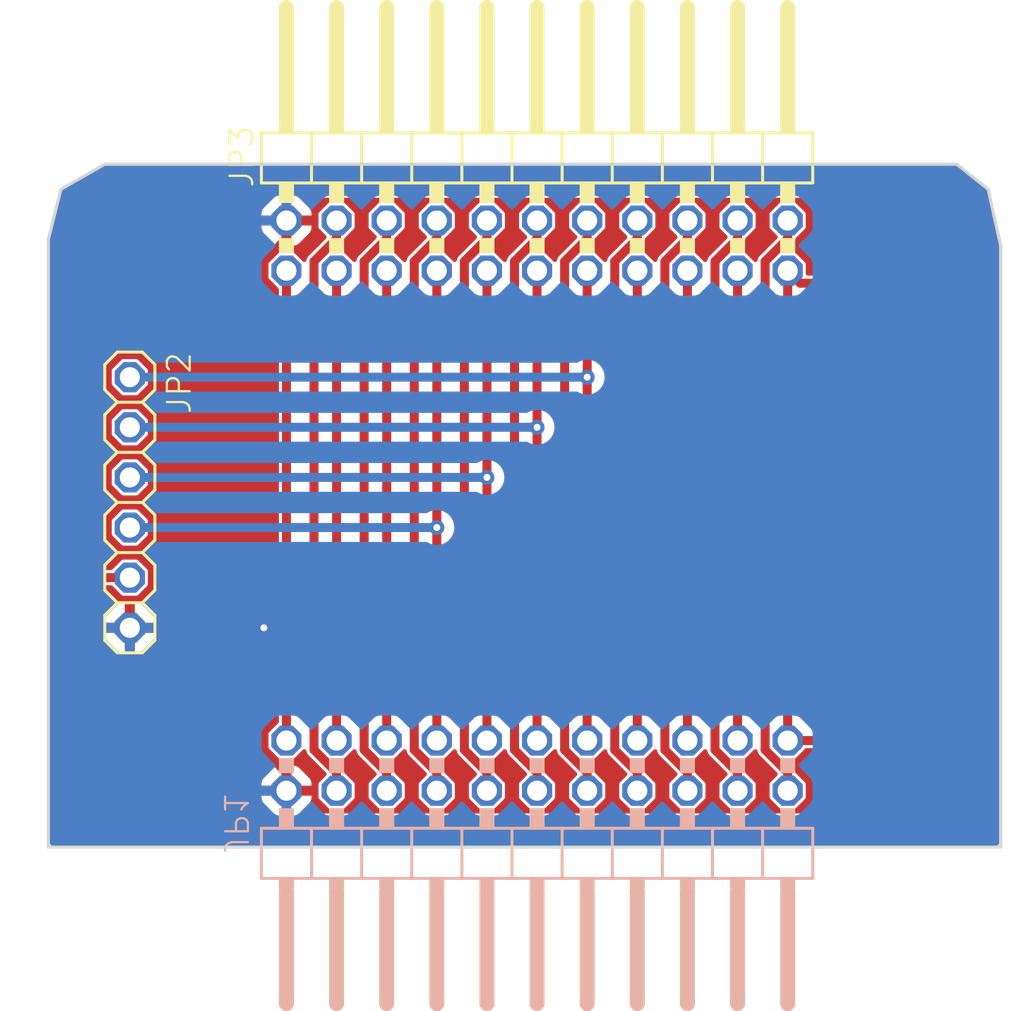
<source format=kicad_pcb>
(kicad_pcb (version 20240108) (generator "pcbnew") (generator_version "8.0")
  (layers (0 "F.Cu" signal) (31 "B.Cu" signal) (34 "B.Paste" user) (35 "F.Paste" user) (36 "B.SilkS" user "B.Silkscreen") (37 "F.SilkS" user "F.Silkscreen") (38 "B.Mask" user) (39 "F.Mask" user) (44 "Edge.Cuts" user))
  (net 0 "")
  (net 1 "VCC")
  (net 2 "GND")
  (net 3 "N$1")
  (net 4 "N$7")
  (net 5 "N$8")
  (net 6 "N$9")
  (net 7 "N$10")
  (net 8 "N$11")
  (net 9 "N$12")
  (net 10 "N$13")
  (net 11 "N$14")
  (net 12 "N$15")
  (net 13 "N$16")
  (net 14 "22")
  (net 15 "18")
  (net 16 "N$6")
  (net 17 "N$17")
  (net 18 "N$18")
  (net 19 "N$4")
  (net 20 "N$5")
  (net 21 "N$19")
  (net 22 "N$20")
  (footprint "memory card:2X11_90_325" (layer "F.Cu") (at 149.1361 86.74735)
    (property "Reference" "JP3" (at -14.2875 2.2225 90) (layer "F.SilkS") (effects (font (size 1.1557 1.1557) (thickness 0.1143)) (justify left bottom)))
    (property "Value" "")
    (fp_line (start -13.97 -0.635) (end -13.97 1.905) (stroke (width 0.1524)) (layer "F.SilkS"))
    (fp_line (start -13.97 1.905) (end -11.43 1.905) (stroke (width 0.1524)) (layer "F.SilkS"))
    (fp_line (start -12.7 -6.985) (end -12.7 -1.27) (stroke (width 0.762)) (layer "F.SilkS"))
    (fp_line (start -11.43 -0.635) (end -13.97 -0.635) (stroke (width 0.1524)) (layer "F.SilkS"))
    (fp_line (start -11.43 1.905) (end -11.43 -0.635) (stroke (width 0.1524)) (layer "F.SilkS"))
    (fp_line (start -11.43 1.905) (end -8.89 1.905) (stroke (width 0.1524)) (layer "F.SilkS"))
    (fp_line (start -10.16 -6.985) (end -10.16 -1.27) (stroke (width 0.762)) (layer "F.SilkS"))
    (fp_line (start -8.89 -0.635) (end -11.43 -0.635) (stroke (width 0.1524)) (layer "F.SilkS"))
    (fp_line (start -8.89 1.905) (end -8.89 -0.635) (stroke (width 0.1524)) (layer "F.SilkS"))
    (fp_line (start -8.89 1.905) (end -6.35 1.905) (stroke (width 0.1524)) (layer "F.SilkS"))
    (fp_line (start -7.62 -6.985) (end -7.62 -1.27) (stroke (width 0.762)) (layer "F.SilkS"))
    (fp_line (start -6.35 -0.635) (end -8.89 -0.635) (stroke (width 0.1524)) (layer "F.SilkS"))
    (fp_line (start -6.35 1.905) (end -6.35 -0.635) (stroke (width 0.1524)) (layer "F.SilkS"))
    (fp_line (start -6.35 1.905) (end -3.81 1.905) (stroke (width 0.1524)) (layer "F.SilkS"))
    (fp_line (start -5.08 -6.985) (end -5.08 -1.27) (stroke (width 0.762)) (layer "F.SilkS"))
    (fp_line (start -3.81 -0.635) (end -6.35 -0.635) (stroke (width 0.1524)) (layer "F.SilkS"))
    (fp_line (start -3.81 1.905) (end -3.81 -0.635) (stroke (width 0.1524)) (layer "F.SilkS"))
    (fp_line (start -3.81 1.905) (end -1.27 1.905) (stroke (width 0.1524)) (layer "F.SilkS"))
    (fp_line (start -2.54 -6.985) (end -2.54 -1.27) (stroke (width 0.762)) (layer "F.SilkS"))
    (fp_line (start -1.27 -0.635) (end -3.81 -0.635) (stroke (width 0.1524)) (layer "F.SilkS"))
    (fp_line (start -1.27 1.905) (end -1.27 -0.635) (stroke (width 0.1524)) (layer "F.SilkS"))
    (fp_line (start -1.27 1.905) (end 1.27 1.905) (stroke (width 0.1524)) (layer "F.SilkS"))
    (fp_line (start 0 -6.985) (end 0 -1.27) (stroke (width 0.762)) (layer "F.SilkS"))
    (fp_line (start 1.27 -0.635) (end -1.27 -0.635) (stroke (width 0.1524)) (layer "F.SilkS"))
    (fp_line (start 1.27 1.905) (end 1.27 -0.635) (stroke (width 0.1524)) (layer "F.SilkS"))
    (fp_line (start 1.27 1.905) (end 3.81 1.905) (stroke (width 0.1524)) (layer "F.SilkS"))
    (fp_line (start 2.54 -6.985) (end 2.54 -1.27) (stroke (width 0.762)) (layer "F.SilkS"))
    (fp_line (start 3.81 -0.635) (end 1.27 -0.635) (stroke (width 0.1524)) (layer "F.SilkS"))
    (fp_line (start 3.81 1.905) (end 3.81 -0.635) (stroke (width 0.1524)) (layer "F.SilkS"))
    (fp_line (start 3.81 1.905) (end 6.35 1.905) (stroke (width 0.1524)) (layer "F.SilkS"))
    (fp_line (start 5.08 -6.985) (end 5.08 -1.27) (stroke (width 0.762)) (layer "F.SilkS"))
    (fp_line (start 6.35 -0.635) (end 3.81 -0.635) (stroke (width 0.1524)) (layer "F.SilkS"))
    (fp_line (start 6.35 1.905) (end 6.35 -0.635) (stroke (width 0.1524)) (layer "F.SilkS"))
    (fp_line (start 6.35 1.905) (end 8.89 1.905) (stroke (width 0.1524)) (layer "F.SilkS"))
    (fp_line (start 7.62 -6.985) (end 7.62 -1.27) (stroke (width 0.762)) (layer "F.SilkS"))
    (fp_line (start 8.89 -0.635) (end 6.35 -0.635) (stroke (width 0.1524)) (layer "F.SilkS"))
    (fp_line (start 8.89 1.905) (end 8.89 -0.635) (stroke (width 0.1524)) (layer "F.SilkS"))
    (fp_line (start 8.89 1.905) (end 11.43 1.905) (stroke (width 0.1524)) (layer "F.SilkS"))
    (fp_line (start 10.16 -6.985) (end 10.16 -1.27) (stroke (width 0.762)) (layer "F.SilkS"))
    (fp_line (start 11.43 -0.635) (end 8.89 -0.635) (stroke (width 0.1524)) (layer "F.SilkS"))
    (fp_line (start 11.43 1.905) (end 11.43 -0.635) (stroke (width 0.1524)) (layer "F.SilkS"))
    (fp_line (start 11.43 1.905) (end 13.97 1.905) (stroke (width 0.1524)) (layer "F.SilkS"))
    (fp_line (start 12.7 -6.985) (end 12.7 -1.27) (stroke (width 0.762)) (layer "F.SilkS"))
    (fp_line (start 13.97 -0.635) (end 11.43 -0.635) (stroke (width 0.1524)) (layer "F.SilkS"))
    (fp_line (start 13.97 1.905) (end 13.97 -0.635) (stroke (width 0.1524)) (layer "F.SilkS"))
    (fp_poly (pts (xy -13.081 -0.635) (xy -12.319 -0.635) (xy -12.319 -1.143) (xy -13.081 -1.143)) (fill solid) (layer "F.SilkS"))
    (fp_poly (pts (xy -13.081 2.921) (xy -12.319 2.921) (xy -12.319 1.905) (xy -13.081 1.905)) (fill solid) (layer "F.SilkS"))
    (fp_poly (pts (xy -13.081 5.461) (xy -12.319 5.461) (xy -12.319 4.699) (xy -13.081 4.699)) (fill solid) (layer "F.SilkS"))
    (fp_poly (pts (xy -10.541 -0.635) (xy -9.779 -0.635) (xy -9.779 -1.143) (xy -10.541 -1.143)) (fill solid) (layer "F.SilkS"))
    (fp_poly (pts (xy -10.541 2.921) (xy -9.779 2.921) (xy -9.779 1.905) (xy -10.541 1.905)) (fill solid) (layer "F.SilkS"))
    (fp_poly (pts (xy -10.541 5.461) (xy -9.779 5.461) (xy -9.779 4.699) (xy -10.541 4.699)) (fill solid) (layer "F.SilkS"))
    (fp_poly (pts (xy -8.001 -0.635) (xy -7.239 -0.635) (xy -7.239 -1.143) (xy -8.001 -1.143)) (fill solid) (layer "F.SilkS"))
    (fp_poly (pts (xy -8.001 2.921) (xy -7.239 2.921) (xy -7.239 1.905) (xy -8.001 1.905)) (fill solid) (layer "F.SilkS"))
    (fp_poly (pts (xy -8.001 5.461) (xy -7.239 5.461) (xy -7.239 4.699) (xy -8.001 4.699)) (fill solid) (layer "F.SilkS"))
    (fp_poly (pts (xy -5.461 -0.635) (xy -4.699 -0.635) (xy -4.699 -1.143) (xy -5.461 -1.143)) (fill solid) (layer "F.SilkS"))
    (fp_poly (pts (xy -5.461 2.921) (xy -4.699 2.921) (xy -4.699 1.905) (xy -5.461 1.905)) (fill solid) (layer "F.SilkS"))
    (fp_poly (pts (xy -5.461 5.461) (xy -4.699 5.461) (xy -4.699 4.699) (xy -5.461 4.699)) (fill solid) (layer "F.SilkS"))
    (fp_poly (pts (xy -2.921 -0.635) (xy -2.159 -0.635) (xy -2.159 -1.143) (xy -2.921 -1.143)) (fill solid) (layer "F.SilkS"))
    (fp_poly (pts (xy -2.921 2.921) (xy -2.159 2.921) (xy -2.159 1.905) (xy -2.921 1.905)) (fill solid) (layer "F.SilkS"))
    (fp_poly (pts (xy -2.921 5.461) (xy -2.159 5.461) (xy -2.159 4.699) (xy -2.921 4.699)) (fill solid) (layer "F.SilkS"))
    (fp_poly (pts (xy -0.381 -0.635) (xy 0.381 -0.635) (xy 0.381 -1.143) (xy -0.381 -1.143)) (fill solid) (layer "F.SilkS"))
    (fp_poly (pts (xy -0.381 2.921) (xy 0.381 2.921) (xy 0.381 1.905) (xy -0.381 1.905)) (fill solid) (layer "F.SilkS"))
    (fp_poly (pts (xy -0.381 5.461) (xy 0.381 5.461) (xy 0.381 4.699) (xy -0.381 4.699)) (fill solid) (layer "F.SilkS"))
    (fp_poly (pts (xy 2.159 -0.635) (xy 2.921 -0.635) (xy 2.921 -1.143) (xy 2.159 -1.143)) (fill solid) (layer "F.SilkS"))
    (fp_poly (pts (xy 2.159 2.921) (xy 2.921 2.921) (xy 2.921 1.905) (xy 2.159 1.905)) (fill solid) (layer "F.SilkS"))
    (fp_poly (pts (xy 2.159 5.461) (xy 2.921 5.461) (xy 2.921 4.699) (xy 2.159 4.699)) (fill solid) (layer "F.SilkS"))
    (fp_poly (pts (xy 4.699 -0.635) (xy 5.461 -0.635) (xy 5.461 -1.143) (xy 4.699 -1.143)) (fill solid) (layer "F.SilkS"))
    (fp_poly (pts (xy 4.699 2.921) (xy 5.461 2.921) (xy 5.461 1.905) (xy 4.699 1.905)) (fill solid) (layer "F.SilkS"))
    (fp_poly (pts (xy 4.699 5.461) (xy 5.461 5.461) (xy 5.461 4.699) (xy 4.699 4.699)) (fill solid) (layer "F.SilkS"))
    (fp_poly (pts (xy 7.239 -0.635) (xy 8.001 -0.635) (xy 8.001 -1.143) (xy 7.239 -1.143)) (fill solid) (layer "F.SilkS"))
    (fp_poly (pts (xy 7.239 2.921) (xy 8.001 2.921) (xy 8.001 1.905) (xy 7.239 1.905)) (fill solid) (layer "F.SilkS"))
    (fp_poly (pts (xy 7.239 5.461) (xy 8.001 5.461) (xy 8.001 4.699) (xy 7.239 4.699)) (fill solid) (layer "F.SilkS"))
    (fp_poly (pts (xy 9.779 -0.635) (xy 10.541 -0.635) (xy 10.541 -1.143) (xy 9.779 -1.143)) (fill solid) (layer "F.SilkS"))
    (fp_poly (pts (xy 9.779 2.921) (xy 10.541 2.921) (xy 10.541 1.905) (xy 9.779 1.905)) (fill solid) (layer "F.SilkS"))
    (fp_poly (pts (xy 9.779 5.461) (xy 10.541 5.461) (xy 10.541 4.699) (xy 9.779 4.699)) (fill solid) (layer "F.SilkS"))
    (fp_poly (pts (xy 12.319 -0.635) (xy 13.081 -0.635) (xy 13.081 -1.143) (xy 12.319 -1.143)) (fill solid) (layer "F.SilkS"))
    (fp_poly (pts (xy 12.319 2.921) (xy 13.081 2.921) (xy 13.081 1.905) (xy 12.319 1.905)) (fill solid) (layer "F.SilkS"))
    (fp_poly (pts (xy 12.319 5.461) (xy 13.081 5.461) (xy 13.081 4.699) (xy 12.319 4.699)) (fill solid) (layer "F.SilkS"))
    (pad "1" thru_hole roundrect (at -12.7 6.35) (size 1.524 1.524) (drill 1.016) (layers "*.Cu" "*.Mask") (chamfer_ratio 0.2928932188) (chamfer top_left top_right bottom_left bottom_right) (net 13 "N$16"))
    (pad "2" thru_hole roundrect (at -12.7 3.81) (size 1.524 1.524) (drill 1.016) (layers "*.Cu" "*.Mask") (chamfer_ratio 0.2928932188) (chamfer top_left top_right bottom_left bottom_right) (net 2 "GND"))
    (pad "3" thru_hole roundrect (at -10.16 6.35) (size 1.524 1.524) (drill 1.016) (layers "*.Cu" "*.Mask") (chamfer_ratio 0.2928932188) (chamfer top_left top_right bottom_left bottom_right) (net 12 "N$15"))
    (pad "4" thru_hole roundrect (at -10.16 3.81) (size 1.524 1.524) (drill 1.016) (layers "*.Cu" "*.Mask") (chamfer_ratio 0.2928932188) (chamfer top_left top_right bottom_left bottom_right) (net 18 "N$18"))
    (pad "5" thru_hole roundrect (at -7.62 6.35) (size 1.524 1.524) (drill 1.016) (layers "*.Cu" "*.Mask") (chamfer_ratio 0.2928932188) (chamfer top_left top_right bottom_left bottom_right) (net 11 "N$14"))
    (pad "6" thru_hole roundrect (at -7.62 3.81) (size 1.524 1.524) (drill 1.016) (layers "*.Cu" "*.Mask") (chamfer_ratio 0.2928932188) (chamfer top_left top_right bottom_left bottom_right) (net 17 "N$17"))
    (pad "7" thru_hole roundrect (at -5.08 6.35) (size 1.524 1.524) (drill 1.016) (layers "*.Cu" "*.Mask") (chamfer_ratio 0.2928932188) (chamfer top_left top_right bottom_left bottom_right) (net 10 "N$13"))
    (pad "8" thru_hole roundrect (at -5.08 3.81) (size 1.524 1.524) (drill 1.016) (layers "*.Cu" "*.Mask") (chamfer_ratio 0.2928932188) (chamfer top_left top_right bottom_left bottom_right) (net 16 "N$6"))
    (pad "9" thru_hole roundrect (at -2.54 6.35) (size 1.524 1.524) (drill 1.016) (layers "*.Cu" "*.Mask") (chamfer_ratio 0.2928932188) (chamfer top_left top_right bottom_left bottom_right) (net 9 "N$12"))
    (pad "10" thru_hole roundrect (at -2.54 3.81) (size 1.524 1.524) (drill 1.016) (layers "*.Cu" "*.Mask") (chamfer_ratio 0.2928932188) (chamfer top_left top_right bottom_left bottom_right) (net 22 "N$20"))
    (pad "11" thru_hole roundrect (at 0 6.35) (size 1.524 1.524) (drill 1.016) (layers "*.Cu" "*.Mask") (chamfer_ratio 0.2928932188) (chamfer top_left top_right bottom_left bottom_right) (net 8 "N$11"))
    (pad "12" thru_hole roundrect (at 0 3.81) (size 1.524 1.524) (drill 1.016) (layers "*.Cu" "*.Mask") (chamfer_ratio 0.2928932188) (chamfer top_left top_right bottom_left bottom_right) (net 21 "N$19"))
    (pad "13" thru_hole roundrect (at 2.54 6.35) (size 1.524 1.524) (drill 1.016) (layers "*.Cu" "*.Mask") (chamfer_ratio 0.2928932188) (chamfer top_left top_right bottom_left bottom_right) (net 7 "N$10"))
    (pad "14" thru_hole roundrect (at 2.54 3.81) (size 1.524 1.524) (drill 1.016) (layers "*.Cu" "*.Mask") (chamfer_ratio 0.2928932188) (chamfer top_left top_right bottom_left bottom_right) (net 20 "N$5"))
    (pad "15" thru_hole roundrect (at 5.08 6.35) (size 1.524 1.524) (drill 1.016) (layers "*.Cu" "*.Mask") (chamfer_ratio 0.2928932188) (chamfer top_left top_right bottom_left bottom_right) (net 6 "N$9"))
    (pad "16" thru_hole roundrect (at 5.08 3.81) (size 1.524 1.524) (drill 1.016) (layers "*.Cu" "*.Mask") (chamfer_ratio 0.2928932188) (chamfer top_left top_right bottom_left bottom_right) (net 19 "N$4"))
    (pad "17" thru_hole roundrect (at 7.62 6.35) (size 1.524 1.524) (drill 1.016) (layers "*.Cu" "*.Mask") (chamfer_ratio 0.2928932188) (chamfer top_left top_right bottom_left bottom_right) (net 5 "N$8"))
    (pad "18" thru_hole roundrect (at 7.62 3.81) (size 1.524 1.524) (drill 1.016) (layers "*.Cu" "*.Mask") (chamfer_ratio 0.2928932188) (chamfer top_left top_right bottom_left bottom_right) (net 15 "18"))
    (pad "19" thru_hole roundrect (at 10.16 6.35) (size 1.524 1.524) (drill 1.016) (layers "*.Cu" "*.Mask") (chamfer_ratio 0.2928932188) (chamfer top_left top_right bottom_left bottom_right) (net 4 "N$7"))
    (pad "20" thru_hole roundrect (at 10.16 3.81) (size 1.524 1.524) (drill 1.016) (layers "*.Cu" "*.Mask") (chamfer_ratio 0.2928932188) (chamfer top_left top_right bottom_left bottom_right) (net 3 "N$1"))
    (pad "21" thru_hole roundrect (at 12.7 6.35) (size 1.524 1.524) (drill 1.016) (layers "*.Cu" "*.Mask") (chamfer_ratio 0.2928932188) (chamfer top_left top_right bottom_left bottom_right) (net 1 "VCC"))
    (pad "22" thru_hole roundrect (at 12.7 3.81) (size 1.524 1.524) (drill 1.016) (layers "*.Cu" "*.Mask") (chamfer_ratio 0.2928932188) (chamfer top_left top_right bottom_left bottom_right) (net 14 "22"))
  )
  (footprint "memory card:1X06_420" (layer "F.Cu") (at 128.4986 104.84485 -90)
    (property "Reference" "JP2" (at -7.6962 -1.8288 90) (layer "F.SilkS") (effects (font (size 1.1557 1.1557) (thickness 0.1143)) (justify right top)))
    (property "Value" "")
    (fp_line (start -5.715 1.27) (end -6.985 1.27) (stroke (width 0.1524)) (layer "F.SilkS"))
    (fp_line (start -4.445 1.27) (end -5.08 0.635) (stroke (width 0.1524)) (layer "F.SilkS"))
    (fp_line (start -3.175 1.27) (end -4.445 1.27) (stroke (width 0.1524)) (layer "F.SilkS"))
    (fp_line (start -1.905 1.27) (end -2.54 0.635) (stroke (width 0.1524)) (layer "F.SilkS"))
    (fp_line (start -0.635 1.27) (end -1.905 1.27) (stroke (width 0.1524)) (layer "F.SilkS"))
    (fp_line (start 1.905 1.27) (end 0.635 1.27) (stroke (width 0.1524)) (layer "F.SilkS"))
    (fp_line (start 3.175 1.27) (end 2.54 0.635) (stroke (width 0.1524)) (layer "F.SilkS"))
    (fp_line (start 4.445 1.27) (end 3.175 1.27) (stroke (width 0.1524)) (layer "F.SilkS"))
    (fp_line (start 6.985 1.27) (end 5.715 1.27) (stroke (width 0.1524)) (layer "F.SilkS"))
    (fp_line (start -7.62 0.635) (end -6.985 1.27) (stroke (width 0.1524)) (layer "F.SilkS"))
    (fp_line (start -5.08 0.635) (end -5.715 1.27) (stroke (width 0.1524)) (layer "F.SilkS"))
    (fp_line (start -2.54 0.635) (end -3.175 1.27) (stroke (width 0.1524)) (layer "F.SilkS"))
    (fp_line (start 0 0.635) (end -0.635 1.27) (stroke (width 0.1524)) (layer "F.SilkS"))
    (fp_line (start 0 0.635) (end 0.635 1.27) (stroke (width 0.1524)) (layer "F.SilkS"))
    (fp_line (start 2.54 0.635) (end 1.905 1.27) (stroke (width 0.1524)) (layer "F.SilkS"))
    (fp_line (start 5.08 0.635) (end 4.445 1.27) (stroke (width 0.1524)) (layer "F.SilkS"))
    (fp_line (start 5.08 0.635) (end 5.715 1.27) (stroke (width 0.1524)) (layer "F.SilkS"))
    (fp_line (start 7.62 0.635) (end 6.985 1.27) (stroke (width 0.1524)) (layer "F.SilkS"))
    (fp_line (start -7.62 -0.635) (end -7.62 0.635) (stroke (width 0.1524)) (layer "F.SilkS"))
    (fp_line (start -5.08 -0.635) (end -5.08 0.635) (stroke (width 0.1524)) (layer "F.SilkS"))
    (fp_line (start -5.08 -0.635) (end -4.445 -1.27) (stroke (width 0.1524)) (layer "F.SilkS"))
    (fp_line (start -2.54 -0.635) (end -2.54 0.635) (stroke (width 0.1524)) (layer "F.SilkS"))
    (fp_line (start -2.54 -0.635) (end -1.905 -1.27) (stroke (width 0.1524)) (layer "F.SilkS"))
    (fp_line (start 0 -0.635) (end 0 0.635) (stroke (width 0.1524)) (layer "F.SilkS"))
    (fp_line (start 2.54 -0.635) (end 2.54 0.635) (stroke (width 0.1524)) (layer "F.SilkS"))
    (fp_line (start 2.54 -0.635) (end 3.175 -1.27) (stroke (width 0.1524)) (layer "F.SilkS"))
    (fp_line (start 5.08 -0.635) (end 5.08 0.635) (stroke (width 0.1524)) (layer "F.SilkS"))
    (fp_line (start 7.62 -0.635) (end 7.62 0.635) (stroke (width 0.1524)) (layer "F.SilkS"))
    (fp_line (start -6.985 -1.27) (end -7.62 -0.635) (stroke (width 0.1524)) (layer "F.SilkS"))
    (fp_line (start -6.985 -1.27) (end -5.715 -1.27) (stroke (width 0.1524)) (layer "F.SilkS"))
    (fp_line (start -5.715 -1.27) (end -5.08 -0.635) (stroke (width 0.1524)) (layer "F.SilkS"))
    (fp_line (start -4.445 -1.27) (end -3.175 -1.27) (stroke (width 0.1524)) (layer "F.SilkS"))
    (fp_line (start -3.175 -1.27) (end -2.54 -0.635) (stroke (width 0.1524)) (layer "F.SilkS"))
    (fp_line (start -1.905 -1.27) (end -0.635 -1.27) (stroke (width 0.1524)) (layer "F.SilkS"))
    (fp_line (start -0.635 -1.27) (end 0 -0.635) (stroke (width 0.1524)) (layer "F.SilkS"))
    (fp_line (start 0.635 -1.27) (end 0 -0.635) (stroke (width 0.1524)) (layer "F.SilkS"))
    (fp_line (start 0.635 -1.27) (end 1.905 -1.27) (stroke (width 0.1524)) (layer "F.SilkS"))
    (fp_line (start 1.905 -1.27) (end 2.54 -0.635) (stroke (width 0.1524)) (layer "F.SilkS"))
    (fp_line (start 3.175 -1.27) (end 4.445 -1.27) (stroke (width 0.1524)) (layer "F.SilkS"))
    (fp_line (start 4.445 -1.27) (end 5.08 -0.635) (stroke (width 0.1524)) (layer "F.SilkS"))
    (fp_line (start 5.715 -1.27) (end 5.08 -0.635) (stroke (width 0.1524)) (layer "F.SilkS"))
    (fp_line (start 5.715 -1.27) (end 6.985 -1.27) (stroke (width 0.1524)) (layer "F.SilkS"))
    (fp_line (start 6.985 -1.27) (end 7.62 -0.635) (stroke (width 0.1524)) (layer "F.SilkS"))
    (pad "1" thru_hole roundrect (at -6.35 0) (size 1.524 1.524) (drill 1.016) (layers "*.Cu" "*.Mask") (chamfer_ratio 0.2928932188) (chamfer top_left top_right bottom_left bottom_right) (net 7 "N$10"))
    (pad "2" thru_hole roundrect (at -3.81 0) (size 1.524 1.524) (drill 1.016) (layers "*.Cu" "*.Mask") (chamfer_ratio 0.2928932188) (chamfer top_left top_right bottom_left bottom_right) (net 8 "N$11"))
    (pad "3" thru_hole roundrect (at -1.27 0) (size 1.524 1.524) (drill 1.016) (layers "*.Cu" "*.Mask") (chamfer_ratio 0.2928932188) (chamfer top_left top_right bottom_left bottom_right) (net 9 "N$12"))
    (pad "4" thru_hole roundrect (at 1.27 0) (size 1.524 1.524) (drill 1.016) (layers "*.Cu" "*.Mask") (chamfer_ratio 0.2928932188) (chamfer top_left top_right bottom_left bottom_right) (net 10 "N$13"))
    (pad "5" thru_hole roundrect (at 3.81 0) (size 1.524 1.524) (drill 1.016) (layers "*.Cu" "*.Mask") (chamfer_ratio 0.2928932188) (chamfer top_left top_right bottom_left bottom_right) (net 1 "VCC"))
    (pad "6" thru_hole roundrect (at 6.35 0) (size 1.524 1.524) (drill 1.016) (layers "*.Cu" "*.Mask") (chamfer_ratio 0.2928932188) (chamfer top_left top_right bottom_left bottom_right) (net 2 "GND"))
  )
  (footprint "memory card:2X11_90_325" (layer "B.Cu") (at 149.1361 123.25985)
    (property "Reference" "JP1" (at -14.605 -3.81 -90) (layer "B.SilkS") (effects (font (size 1.1557 1.1557) (thickness 0.1143)) (justify right top mirror)))
    (property "Value" "")
    (fp_line (start -13.97 -1.905) (end -13.97 0.635) (stroke (width 0.1524)) (layer "B.SilkS"))
    (fp_line (start -13.97 0.635) (end -11.43 0.635) (stroke (width 0.1524)) (layer "B.SilkS"))
    (fp_line (start -12.7 1.27) (end -12.7 6.985) (stroke (width 0.762)) (layer "B.SilkS"))
    (fp_line (start -11.43 -1.905) (end -13.97 -1.905) (stroke (width 0.1524)) (layer "B.SilkS"))
    (fp_line (start -11.43 0.635) (end -11.43 -1.905) (stroke (width 0.1524)) (layer "B.SilkS"))
    (fp_line (start -11.43 0.635) (end -8.89 0.635) (stroke (width 0.1524)) (layer "B.SilkS"))
    (fp_line (start -10.16 1.27) (end -10.16 6.985) (stroke (width 0.762)) (layer "B.SilkS"))
    (fp_line (start -8.89 -1.905) (end -11.43 -1.905) (stroke (width 0.1524)) (layer "B.SilkS"))
    (fp_line (start -8.89 0.635) (end -8.89 -1.905) (stroke (width 0.1524)) (layer "B.SilkS"))
    (fp_line (start -8.89 0.635) (end -6.35 0.635) (stroke (width 0.1524)) (layer "B.SilkS"))
    (fp_line (start -7.62 1.27) (end -7.62 6.985) (stroke (width 0.762)) (layer "B.SilkS"))
    (fp_line (start -6.35 -1.905) (end -8.89 -1.905) (stroke (width 0.1524)) (layer "B.SilkS"))
    (fp_line (start -6.35 0.635) (end -6.35 -1.905) (stroke (width 0.1524)) (layer "B.SilkS"))
    (fp_line (start -6.35 0.635) (end -3.81 0.635) (stroke (width 0.1524)) (layer "B.SilkS"))
    (fp_line (start -5.08 1.27) (end -5.08 6.985) (stroke (width 0.762)) (layer "B.SilkS"))
    (fp_line (start -3.81 -1.905) (end -6.35 -1.905) (stroke (width 0.1524)) (layer "B.SilkS"))
    (fp_line (start -3.81 0.635) (end -3.81 -1.905) (stroke (width 0.1524)) (layer "B.SilkS"))
    (fp_line (start -3.81 0.635) (end -1.27 0.635) (stroke (width 0.1524)) (layer "B.SilkS"))
    (fp_line (start -2.54 1.27) (end -2.54 6.985) (stroke (width 0.762)) (layer "B.SilkS"))
    (fp_line (start -1.27 -1.905) (end -3.81 -1.905) (stroke (width 0.1524)) (layer "B.SilkS"))
    (fp_line (start -1.27 0.635) (end -1.27 -1.905) (stroke (width 0.1524)) (layer "B.SilkS"))
    (fp_line (start -1.27 0.635) (end 1.27 0.635) (stroke (width 0.1524)) (layer "B.SilkS"))
    (fp_line (start 0 1.27) (end 0 6.985) (stroke (width 0.762)) (layer "B.SilkS"))
    (fp_line (start 1.27 -1.905) (end -1.27 -1.905) (stroke (width 0.1524)) (layer "B.SilkS"))
    (fp_line (start 1.27 0.635) (end 1.27 -1.905) (stroke (width 0.1524)) (layer "B.SilkS"))
    (fp_line (start 1.27 0.635) (end 3.81 0.635) (stroke (width 0.1524)) (layer "B.SilkS"))
    (fp_line (start 2.54 1.27) (end 2.54 6.985) (stroke (width 0.762)) (layer "B.SilkS"))
    (fp_line (start 3.81 -1.905) (end 1.27 -1.905) (stroke (width 0.1524)) (layer "B.SilkS"))
    (fp_line (start 3.81 0.635) (end 3.81 -1.905) (stroke (width 0.1524)) (layer "B.SilkS"))
    (fp_line (start 3.81 0.635) (end 6.35 0.635) (stroke (width 0.1524)) (layer "B.SilkS"))
    (fp_line (start 5.08 1.27) (end 5.08 6.985) (stroke (width 0.762)) (layer "B.SilkS"))
    (fp_line (start 6.35 -1.905) (end 3.81 -1.905) (stroke (width 0.1524)) (layer "B.SilkS"))
    (fp_line (start 6.35 0.635) (end 6.35 -1.905) (stroke (width 0.1524)) (layer "B.SilkS"))
    (fp_line (start 6.35 0.635) (end 8.89 0.635) (stroke (width 0.1524)) (layer "B.SilkS"))
    (fp_line (start 7.62 1.27) (end 7.62 6.985) (stroke (width 0.762)) (layer "B.SilkS"))
    (fp_line (start 8.89 -1.905) (end 6.35 -1.905) (stroke (width 0.1524)) (layer "B.SilkS"))
    (fp_line (start 8.89 0.635) (end 8.89 -1.905) (stroke (width 0.1524)) (layer "B.SilkS"))
    (fp_line (start 8.89 0.635) (end 11.43 0.635) (stroke (width 0.1524)) (layer "B.SilkS"))
    (fp_line (start 10.16 1.27) (end 10.16 6.985) (stroke (width 0.762)) (layer "B.SilkS"))
    (fp_line (start 11.43 -1.905) (end 8.89 -1.905) (stroke (width 0.1524)) (layer "B.SilkS"))
    (fp_line (start 11.43 0.635) (end 11.43 -1.905) (stroke (width 0.1524)) (layer "B.SilkS"))
    (fp_line (start 11.43 0.635) (end 13.97 0.635) (stroke (width 0.1524)) (layer "B.SilkS"))
    (fp_line (start 12.7 1.27) (end 12.7 6.985) (stroke (width 0.762)) (layer "B.SilkS"))
    (fp_line (start 13.97 -1.905) (end 11.43 -1.905) (stroke (width 0.1524)) (layer "B.SilkS"))
    (fp_line (start 13.97 0.635) (end 13.97 -1.905) (stroke (width 0.1524)) (layer "B.SilkS"))
    (fp_poly (pts (xy -13.081 -5.461) (xy -12.319 -5.461) (xy -12.319 -4.699) (xy -13.081 -4.699)) (fill solid) (layer "B.SilkS"))
    (fp_poly (pts (xy -13.081 -2.921) (xy -12.319 -2.921) (xy -12.319 -1.905) (xy -13.081 -1.905)) (fill solid) (layer "B.SilkS"))
    (fp_poly (pts (xy -13.081 0.635) (xy -12.319 0.635) (xy -12.319 1.143) (xy -13.081 1.143)) (fill solid) (layer "B.SilkS"))
    (fp_poly (pts (xy -10.541 -5.461) (xy -9.779 -5.461) (xy -9.779 -4.699) (xy -10.541 -4.699)) (fill solid) (layer "B.SilkS"))
    (fp_poly (pts (xy -10.541 -2.921) (xy -9.779 -2.921) (xy -9.779 -1.905) (xy -10.541 -1.905)) (fill solid) (layer "B.SilkS"))
    (fp_poly (pts (xy -10.541 0.635) (xy -9.779 0.635) (xy -9.779 1.143) (xy -10.541 1.143)) (fill solid) (layer "B.SilkS"))
    (fp_poly (pts (xy -8.001 -5.461) (xy -7.239 -5.461) (xy -7.239 -4.699) (xy -8.001 -4.699)) (fill solid) (layer "B.SilkS"))
    (fp_poly (pts (xy -8.001 -2.921) (xy -7.239 -2.921) (xy -7.239 -1.905) (xy -8.001 -1.905)) (fill solid) (layer "B.SilkS"))
    (fp_poly (pts (xy -8.001 0.635) (xy -7.239 0.635) (xy -7.239 1.143) (xy -8.001 1.143)) (fill solid) (layer "B.SilkS"))
    (fp_poly (pts (xy -5.461 -5.461) (xy -4.699 -5.461) (xy -4.699 -4.699) (xy -5.461 -4.699)) (fill solid) (layer "B.SilkS"))
    (fp_poly (pts (xy -5.461 -2.921) (xy -4.699 -2.921) (xy -4.699 -1.905) (xy -5.461 -1.905)) (fill solid) (layer "B.SilkS"))
    (fp_poly (pts (xy -5.461 0.635) (xy -4.699 0.635) (xy -4.699 1.143) (xy -5.461 1.143)) (fill solid) (layer "B.SilkS"))
    (fp_poly (pts (xy -2.921 -5.461) (xy -2.159 -5.461) (xy -2.159 -4.699) (xy -2.921 -4.699)) (fill solid) (layer "B.SilkS"))
    (fp_poly (pts (xy -2.921 -2.921) (xy -2.159 -2.921) (xy -2.159 -1.905) (xy -2.921 -1.905)) (fill solid) (layer "B.SilkS"))
    (fp_poly (pts (xy -2.921 0.635) (xy -2.159 0.635) (xy -2.159 1.143) (xy -2.921 1.143)) (fill solid) (layer "B.SilkS"))
    (fp_poly (pts (xy -0.381 -5.461) (xy 0.381 -5.461) (xy 0.381 -4.699) (xy -0.381 -4.699)) (fill solid) (layer "B.SilkS"))
    (fp_poly (pts (xy -0.381 -2.921) (xy 0.381 -2.921) (xy 0.381 -1.905) (xy -0.381 -1.905)) (fill solid) (layer "B.SilkS"))
    (fp_poly (pts (xy -0.381 0.635) (xy 0.381 0.635) (xy 0.381 1.143) (xy -0.381 1.143)) (fill solid) (layer "B.SilkS"))
    (fp_poly (pts (xy 2.159 -5.461) (xy 2.921 -5.461) (xy 2.921 -4.699) (xy 2.159 -4.699)) (fill solid) (layer "B.SilkS"))
    (fp_poly (pts (xy 2.159 -2.921) (xy 2.921 -2.921) (xy 2.921 -1.905) (xy 2.159 -1.905)) (fill solid) (layer "B.SilkS"))
    (fp_poly (pts (xy 2.159 0.635) (xy 2.921 0.635) (xy 2.921 1.143) (xy 2.159 1.143)) (fill solid) (layer "B.SilkS"))
    (fp_poly (pts (xy 4.699 -5.461) (xy 5.461 -5.461) (xy 5.461 -4.699) (xy 4.699 -4.699)) (fill solid) (layer "B.SilkS"))
    (fp_poly (pts (xy 4.699 -2.921) (xy 5.461 -2.921) (xy 5.461 -1.905) (xy 4.699 -1.905)) (fill solid) (layer "B.SilkS"))
    (fp_poly (pts (xy 4.699 0.635) (xy 5.461 0.635) (xy 5.461 1.143) (xy 4.699 1.143)) (fill solid) (layer "B.SilkS"))
    (fp_poly (pts (xy 7.239 -5.461) (xy 8.001 -5.461) (xy 8.001 -4.699) (xy 7.239 -4.699)) (fill solid) (layer "B.SilkS"))
    (fp_poly (pts (xy 7.239 -2.921) (xy 8.001 -2.921) (xy 8.001 -1.905) (xy 7.239 -1.905)) (fill solid) (layer "B.SilkS"))
    (fp_poly (pts (xy 7.239 0.635) (xy 8.001 0.635) (xy 8.001 1.143) (xy 7.239 1.143)) (fill solid) (layer "B.SilkS"))
    (fp_poly (pts (xy 9.779 -5.461) (xy 10.541 -5.461) (xy 10.541 -4.699) (xy 9.779 -4.699)) (fill solid) (layer "B.SilkS"))
    (fp_poly (pts (xy 9.779 -2.921) (xy 10.541 -2.921) (xy 10.541 -1.905) (xy 9.779 -1.905)) (fill solid) (layer "B.SilkS"))
    (fp_poly (pts (xy 9.779 0.635) (xy 10.541 0.635) (xy 10.541 1.143) (xy 9.779 1.143)) (fill solid) (layer "B.SilkS"))
    (fp_poly (pts (xy 12.319 -5.461) (xy 13.081 -5.461) (xy 13.081 -4.699) (xy 12.319 -4.699)) (fill solid) (layer "B.SilkS"))
    (fp_poly (pts (xy 12.319 -2.921) (xy 13.081 -2.921) (xy 13.081 -1.905) (xy 12.319 -1.905)) (fill solid) (layer "B.SilkS"))
    (fp_poly (pts (xy 12.319 0.635) (xy 13.081 0.635) (xy 13.081 1.143) (xy 12.319 1.143)) (fill solid) (layer "B.SilkS"))
    (pad "1" thru_hole roundrect (at -12.7 -6.35) (size 1.524 1.524) (drill 1.016) (layers "*.Cu" "*.Mask") (chamfer_ratio 0.2928932188) (chamfer top_left top_right bottom_left bottom_right) (net 13 "N$16"))
    (pad "2" thru_hole roundrect (at -12.7 -3.81) (size 1.524 1.524) (drill 1.016) (layers "*.Cu" "*.Mask") (chamfer_ratio 0.2928932188) (chamfer top_left top_right bottom_left bottom_right) (net 2 "GND"))
    (pad "3" thru_hole roundrect (at -10.16 -6.35) (size 1.524 1.524) (drill 1.016) (layers "*.Cu" "*.Mask") (chamfer_ratio 0.2928932188) (chamfer top_left top_right bottom_left bottom_right) (net 12 "N$15"))
    (pad "4" thru_hole roundrect (at -10.16 -3.81) (size 1.524 1.524) (drill 1.016) (layers "*.Cu" "*.Mask") (chamfer_ratio 0.2928932188) (chamfer top_left top_right bottom_left bottom_right) (net 18 "N$18"))
    (pad "5" thru_hole roundrect (at -7.62 -6.35) (size 1.524 1.524) (drill 1.016) (layers "*.Cu" "*.Mask") (chamfer_ratio 0.2928932188) (chamfer top_left top_right bottom_left bottom_right) (net 11 "N$14"))
    (pad "6" thru_hole roundrect (at -7.62 -3.81) (size 1.524 1.524) (drill 1.016) (layers "*.Cu" "*.Mask") (chamfer_ratio 0.2928932188) (chamfer top_left top_right bottom_left bottom_right) (net 17 "N$17"))
    (pad "7" thru_hole roundrect (at -5.08 -6.35) (size 1.524 1.524) (drill 1.016) (layers "*.Cu" "*.Mask") (chamfer_ratio 0.2928932188) (chamfer top_left top_right bottom_left bottom_right) (net 10 "N$13"))
    (pad "8" thru_hole roundrect (at -5.08 -3.81) (size 1.524 1.524) (drill 1.016) (layers "*.Cu" "*.Mask") (chamfer_ratio 0.2928932188) (chamfer top_left top_right bottom_left bottom_right) (net 16 "N$6"))
    (pad "9" thru_hole roundrect (at -2.54 -6.35) (size 1.524 1.524) (drill 1.016) (layers "*.Cu" "*.Mask") (chamfer_ratio 0.2928932188) (chamfer top_left top_right bottom_left bottom_right) (net 9 "N$12"))
    (pad "10" thru_hole roundrect (at -2.54 -3.81) (size 1.524 1.524) (drill 1.016) (layers "*.Cu" "*.Mask") (chamfer_ratio 0.2928932188) (chamfer top_left top_right bottom_left bottom_right) (net 22 "N$20"))
    (pad "11" thru_hole roundrect (at 0 -6.35) (size 1.524 1.524) (drill 1.016) (layers "*.Cu" "*.Mask") (chamfer_ratio 0.2928932188) (chamfer top_left top_right bottom_left bottom_right) (net 8 "N$11"))
    (pad "12" thru_hole roundrect (at 0 -3.81) (size 1.524 1.524) (drill 1.016) (layers "*.Cu" "*.Mask") (chamfer_ratio 0.2928932188) (chamfer top_left top_right bottom_left bottom_right) (net 21 "N$19"))
    (pad "13" thru_hole roundrect (at 2.54 -6.35) (size 1.524 1.524) (drill 1.016) (layers "*.Cu" "*.Mask") (chamfer_ratio 0.2928932188) (chamfer top_left top_right bottom_left bottom_right) (net 7 "N$10"))
    (pad "14" thru_hole roundrect (at 2.54 -3.81) (size 1.524 1.524) (drill 1.016) (layers "*.Cu" "*.Mask") (chamfer_ratio 0.2928932188) (chamfer top_left top_right bottom_left bottom_right) (net 20 "N$5"))
    (pad "15" thru_hole roundrect (at 5.08 -6.35) (size 1.524 1.524) (drill 1.016) (layers "*.Cu" "*.Mask") (chamfer_ratio 0.2928932188) (chamfer top_left top_right bottom_left bottom_right) (net 6 "N$9"))
    (pad "16" thru_hole roundrect (at 5.08 -3.81) (size 1.524 1.524) (drill 1.016) (layers "*.Cu" "*.Mask") (chamfer_ratio 0.2928932188) (chamfer top_left top_right bottom_left bottom_right) (net 19 "N$4"))
    (pad "17" thru_hole roundrect (at 7.62 -6.35) (size 1.524 1.524) (drill 1.016) (layers "*.Cu" "*.Mask") (chamfer_ratio 0.2928932188) (chamfer top_left top_right bottom_left bottom_right) (net 5 "N$8"))
    (pad "18" thru_hole roundrect (at 7.62 -3.81) (size 1.524 1.524) (drill 1.016) (layers "*.Cu" "*.Mask") (chamfer_ratio 0.2928932188) (chamfer top_left top_right bottom_left bottom_right) (net 15 "18"))
    (pad "19" thru_hole roundrect (at 10.16 -6.35) (size 1.524 1.524) (drill 1.016) (layers "*.Cu" "*.Mask") (chamfer_ratio 0.2928932188) (chamfer top_left top_right bottom_left bottom_right) (net 4 "N$7"))
    (pad "20" thru_hole roundrect (at 10.16 -3.81) (size 1.524 1.524) (drill 1.016) (layers "*.Cu" "*.Mask") (chamfer_ratio 0.2928932188) (chamfer top_left top_right bottom_left bottom_right) (net 3 "N$1"))
    (pad "21" thru_hole roundrect (at 12.7 -6.35) (size 1.524 1.524) (drill 1.016) (layers "*.Cu" "*.Mask") (chamfer_ratio 0.2928932188) (chamfer top_left top_right bottom_left bottom_right) (net 1 "VCC"))
    (pad "22" thru_hole roundrect (at 12.7 -3.81) (size 1.524 1.524) (drill 1.016) (layers "*.Cu" "*.Mask") (chamfer_ratio 0.2928932188) (chamfer top_left top_right bottom_left bottom_right) (net 14 "22"))
  )
  (gr_line (start 125.0061 88.96985) (end 127.2286 87.69985) (stroke (width 0.1524)) (layer "Edge.Cuts"))
  (gr_line (start 124.3711 91.50985) (end 125.0061 88.96985) (stroke (width 0.1524)) (layer "Edge.Cuts"))
  (gr_line (start 170.4086 87.69985) (end 171.9961 88.96985) (stroke (width 0.1524)) (layer "Edge.Cuts"))
  (gr_line (start 171.9961 88.96985) (end 172.6311 91.82735) (stroke (width 0.1524)) (layer "Edge.Cuts"))
  (gr_line (start 124.3711 122.30735) (end 172.6311 122.30735) (stroke (width 0.1524)) (layer "Edge.Cuts"))
  (gr_line (start 124.3711 91.50985) (end 124.3711 122.30735) (stroke (width 0.1524)) (layer "Edge.Cuts"))
  (gr_line (start 127.2286 87.69985) (end 170.4086 87.69985) (stroke (width 0.1524)) (layer "Edge.Cuts"))
  (gr_line (start 172.6311 91.82735) (end 172.6311 122.30735) (stroke (width 0.1524)) (layer "Edge.Cuts"))
  (segment (start 170.597953 89.542782) (end 169.945287 89.02065) (width 0.4572) (layer "F.Cu") (net 1))
  (segment (start 125.6919 91.749357) (end 125.6919 108.01985) (width 0.4572) (layer "F.Cu") (net 1))
  (segment (start 126.3269 108.65485) (end 128.4986 108.65485) (width 0.4572) (layer "F.Cu") (net 1))
  (segment (start 126.410719 89.832507) (end 125.6919 91.749357) (width 0.4572) (layer "F.Cu") (net 1))
  (segment (start 161.8361 116.90985) (end 161.8361 93.09735) (width 0.4572) (layer "F.Cu") (net 1))
  (segment (start 126.3269 108.65485) (end 125.82525 108.1532) (width 0.4572) (layer "F.Cu") (net 1))
  (segment (start 171.3103 116.90985) (end 171.3103 116.27485) (width 0.4572) (layer "F.Cu") (net 1))
  (segment (start 170.807684 89.710566) (end 170.597956 89.542785) (width 0.4572) (layer "F.Cu") (net 1))
  (segment (start 171.3103 91.972332) (end 170.807684 89.710566) (width 0.4572) (layer "F.Cu") (net 1))
  (segment (start 170.597956 89.542785) (end 170.597953 89.542782) (width 0.4572) (layer "F.Cu") (net 1))
  (segment (start 171.3103 120.98655) (end 171.3103 116.27485) (width 0.4572) (layer "F.Cu") (net 1))
  (segment (start 162.4711 93.73235) (end 161.8361 93.09735) (width 0.4572) (layer "F.Cu") (net 1))
  (segment (start 164.3761 93.73235) (end 162.4711 93.73235) (width 0.4572) (layer "F.Cu") (net 1))
  (segment (start 125.6919 108.01985) (end 125.82525 108.1532) (width 0.4572) (layer "F.Cu") (net 1))
  (segment (start 164.3761 89.02065) (end 164.3761 93.73235) (width 0.4572) (layer "F.Cu") (net 1))
  (segment (start 125.9586 120.98655) (end 171.3103 120.98655) (width 0.4572) (layer "F.Cu") (net 1))
  (segment (start 125.82525 120.8532) (end 125.9586 120.98655) (width 0.4572) (layer "F.Cu") (net 1))
  (segment (start 169.945287 89.02065) (end 164.3761 89.02065) (width 0.4572) (layer "F.Cu") (net 1))
  (segment (start 171.3103 116.90985) (end 161.8361 116.90985) (width 0.4572) (layer "F.Cu") (net 1))
  (segment (start 164.3761 89.02065) (end 127.628507 89.02065) (width 0.4572) (layer "F.Cu") (net 1))
  (segment (start 125.82525 108.1532) (end 125.82525 120.8532) (width 0.4572) (layer "F.Cu") (net 1))
  (segment (start 127.628507 89.02065) (end 126.410719 89.832507) (width 0.4572) (layer "F.Cu") (net 1))
  (segment (start 171.3103 116.27485) (end 171.3103 91.972332) (width 0.4572) (layer "F.Cu") (net 1))
  (segment (start 136.4361 91.4809) (end 136.4361 90.55735) (width 0.4572) (layer "F.Cu") (net 2))
  (segment (start 135.2931 117.3833) (end 135.2931 111.19485) (width 0.4572) (layer "F.Cu") (net 2))
  (segment (start 136.4361 119.44985) (end 136.4361 118.5263) (width 0.4572) (layer "F.Cu") (net 2))
  (segment (start 136.4361 118.5263) (end 135.2931 117.3833) (width 0.4572) (layer "F.Cu") (net 2))
  (segment (start 135.2931 111.19485) (end 135.2931 92.6239) (width 0.4572) (layer "F.Cu") (net 2))
  (segment (start 135.2931 92.6239) (end 136.4361 91.4809) (width 0.4572) (layer "F.Cu") (net 2))
  (via (at 135.2931 111.19485) (size 0.7564) (drill 0.35) (layers "F.Cu" "B.Cu") (net 2))
  (segment (start 128.4986 111.19485) (end 135.2931 111.19485) (width 0.4572) (layer "B.Cu") (net 2))
  (segment (start 159.2961 118.5263) (end 158.1531 117.3833) (width 0.4572) (layer "F.Cu") (net 3))
  (segment (start 159.2961 91.4809) (end 159.2961 90.55735) (width 0.4572) (layer "F.Cu") (net 3))
  (segment (start 159.2961 119.44985) (end 159.2961 118.5263) (width 0.4572) (layer "F.Cu") (net 3))
  (segment (start 158.1531 92.6239) (end 159.2961 91.4809) (width 0.4572) (layer "F.Cu") (net 3))
  (segment (start 158.1531 117.3833) (end 158.1531 92.6239) (width 0.4572) (layer "F.Cu") (net 3))
  (segment (start 159.2961 116.90985) (end 159.2961 93.09735) (width 0.4572) (layer "F.Cu") (net 4))
  (segment (start 156.7561 116.90985) (end 156.7561 93.09735) (width 0.4572) (layer "F.Cu") (net 5))
  (segment (start 154.2161 116.90985) (end 154.2161 93.09735) (width 0.4572) (layer "F.Cu") (net 6))
  (segment (start 151.6761 116.90985) (end 151.6761 98.49485) (width 0.4572) (layer "F.Cu") (net 7))
  (segment (start 151.6761 98.49485) (end 151.6761 93.09735) (width 0.4572) (layer "F.Cu") (net 7))
  (via (at 151.6761 98.49485) (size 0.7564) (drill 0.35) (layers "F.Cu" "B.Cu") (net 7))
  (segment (start 128.4986 98.49485) (end 151.6761 98.49485) (width 0.4572) (layer "B.Cu") (net 7))
  (segment (start 149.1361 101.03485) (end 149.1361 93.09735) (width 0.4572) (layer "F.Cu") (net 8))
  (segment (start 149.1361 116.90985) (end 149.1361 101.03485) (width 0.4572) (layer "F.Cu") (net 8))
  (via (at 149.1361 101.03485) (size 0.7564) (drill 0.35) (layers "F.Cu" "B.Cu") (net 8))
  (segment (start 128.4986 101.03485) (end 149.1361 101.03485) (width 0.4572) (layer "B.Cu") (net 8))
  (segment (start 146.5961 103.57485) (end 146.5961 93.09735) (width 0.4572) (layer "F.Cu") (net 9))
  (segment (start 146.5961 116.90985) (end 146.5961 103.57485) (width 0.4572) (layer "F.Cu") (net 9))
  (via (at 146.5961 103.57485) (size 0.7564) (drill 0.35) (layers "F.Cu" "B.Cu") (net 9))
  (segment (start 128.4986 103.57485) (end 146.5961 103.57485) (width 0.4572) (layer "B.Cu") (net 9))
  (segment (start 144.0561 116.90985) (end 144.0561 106.11485) (width 0.4572) (layer "F.Cu") (net 10))
  (segment (start 144.0561 106.11485) (end 144.0561 93.09735) (width 0.4572) (layer "F.Cu") (net 10))
  (via (at 144.0561 106.11485) (size 0.7564) (drill 0.35) (layers "F.Cu" "B.Cu") (net 10))
  (segment (start 128.4986 106.11485) (end 144.0561 106.11485) (width 0.4572) (layer "B.Cu") (net 10))
  (segment (start 141.5161 116.90985) (end 141.5161 93.09735) (width 0.4572) (layer "F.Cu") (net 11))
  (segment (start 138.9761 116.90985) (end 138.9761 93.09735) (width 0.4572) (layer "F.Cu") (net 12))
  (segment (start 136.4361 116.90985) (end 136.4361 93.09735) (width 0.4572) (layer "F.Cu") (net 13))
  (segment (start 161.8361 119.44985) (end 161.8361 118.5263) (width 0.4572) (layer "F.Cu") (net 14))
  (segment (start 161.8361 118.5263) (end 160.6931 117.3833) (width 0.4572) (layer "F.Cu") (net 14))
  (segment (start 160.6931 92.6239) (end 161.8361 91.4809) (width 0.4572) (layer "F.Cu") (net 14))
  (segment (start 160.6931 117.3833) (end 160.6931 92.6239) (width 0.4572) (layer "F.Cu") (net 14))
  (segment (start 161.8361 91.4809) (end 161.8361 90.55735) (width 0.4572) (layer "F.Cu") (net 14))
  (segment (start 156.7561 91.4809) (end 156.7561 90.55735) (width 0.4572) (layer "F.Cu") (net 15))
  (segment (start 156.7561 118.5263) (end 155.6131 117.3833) (width 0.4572) (layer "F.Cu") (net 15))
  (segment (start 156.7561 119.44985) (end 156.7561 118.5263) (width 0.4572) (layer "F.Cu") (net 15))
  (segment (start 155.6131 92.6239) (end 156.7561 91.4809) (width 0.4572) (layer "F.Cu") (net 15))
  (segment (start 155.6131 117.3833) (end 155.6131 92.6239) (width 0.4572) (layer "F.Cu") (net 15))
  (segment (start 142.9131 92.6239) (end 144.0561 91.4809) (width 0.4572) (layer "F.Cu") (net 16))
  (segment (start 144.0561 119.44985) (end 144.0561 118.5263) (width 0.4572) (layer "F.Cu") (net 16))
  (segment (start 144.0561 118.5263) (end 142.9131 117.3833) (width 0.4572) (layer "F.Cu") (net 16))
  (segment (start 142.9131 117.3833) (end 142.9131 92.6239) (width 0.4572) (layer "F.Cu") (net 16))
  (segment (start 144.0561 91.4809) (end 144.0561 90.55735) (width 0.4572) (layer "F.Cu") (net 16))
  (segment (start 140.3731 92.6239) (end 141.5161 91.4809) (width 0.4572) (layer "F.Cu") (net 17))
  (segment (start 140.3731 117.3833) (end 140.3731 92.6239) (width 0.4572) (layer "F.Cu") (net 17))
  (segment (start 141.5161 91.4809) (end 141.5161 90.55735) (width 0.4572) (layer "F.Cu") (net 17))
  (segment (start 141.5161 119.44985) (end 141.5161 118.5263) (width 0.4572) (layer "F.Cu") (net 17))
  (segment (start 141.5161 118.5263) (end 140.3731 117.3833) (width 0.4572) (layer "F.Cu") (net 17))
  (segment (start 138.9761 91.4809) (end 138.9761 90.55735) (width 0.4572) (layer "F.Cu") (net 18))
  (segment (start 137.8331 92.6239) (end 138.9761 91.4809) (width 0.4572) (layer "F.Cu") (net 18))
  (segment (start 138.9761 118.5263) (end 137.8331 117.3833) (width 0.4572) (layer "F.Cu") (net 18))
  (segment (start 137.8331 117.3833) (end 137.8331 92.6239) (width 0.4572) (layer "F.Cu") (net 18))
  (segment (start 138.9761 119.44985) (end 138.9761 118.5263) (width 0.4572) (layer "F.Cu") (net 18))
  (segment (start 154.2161 118.5263) (end 153.0731 117.3833) (width 0.4572) (layer "F.Cu") (net 19))
  (segment (start 153.0731 117.3833) (end 153.0731 92.6239) (width 0.4572) (layer "F.Cu") (net 19))
  (segment (start 154.2161 91.4809) (end 154.2161 90.55735) (width 0.4572) (layer "F.Cu") (net 19))
  (segment (start 153.0731 92.6239) (end 154.2161 91.4809) (width 0.4572) (layer "F.Cu") (net 19))
  (segment (start 154.2161 119.44985) (end 154.2161 118.5263) (width 0.4572) (layer "F.Cu") (net 19))
  (segment (start 151.6761 119.44985) (end 151.6761 118.5263) (width 0.4572) (layer "F.Cu") (net 20))
  (segment (start 150.5331 92.6239) (end 151.6761 91.4809) (width 0.4572) (layer "F.Cu") (net 20))
  (segment (start 151.6761 118.5263) (end 150.5331 117.3833) (width 0.4572) (layer "F.Cu") (net 20))
  (segment (start 151.6761 91.4809) (end 151.6761 90.55735) (width 0.4572) (layer "F.Cu") (net 20))
  (segment (start 150.5331 117.3833) (end 150.5331 92.6239) (width 0.4572) (layer "F.Cu") (net 20))
  (segment (start 149.1361 91.4809) (end 149.1361 90.55735) (width 0.4572) (layer "F.Cu") (net 21))
  (segment (start 147.9931 92.6239) (end 149.1361 91.4809) (width 0.4572) (layer "F.Cu") (net 21))
  (segment (start 149.1361 118.5263) (end 147.9931 117.3833) (width 0.4572) (layer "F.Cu") (net 21))
  (segment (start 147.9931 117.3833) (end 147.9931 92.6239) (width 0.4572) (layer "F.Cu") (net 21))
  (segment (start 149.1361 119.44985) (end 149.1361 118.5263) (width 0.4572) (layer "F.Cu") (net 21))
  (segment (start 146.5961 118.5263) (end 145.4531 117.3833) (width 0.4572) (layer "F.Cu") (net 22))
  (segment (start 145.4531 92.6239) (end 146.5961 91.4809) (width 0.4572) (layer "F.Cu") (net 22))
  (segment (start 146.5961 119.44985) (end 146.5961 118.5263) (width 0.4572) (layer "F.Cu") (net 22))
  (segment (start 145.4531 117.3833) (end 145.4531 92.6239) (width 0.4572) (layer "F.Cu") (net 22))
  (segment (start 146.5961 91.4809) (end 146.5961 90.55735) (width 0.4572) (layer "F.Cu") (net 22))
  (zone (net 2) (net_name "GND") (layer "F.Cu") (priority 6) (connect_pads (clearance 0.000001)) (min_thickness 0.2286) (fill yes (thermal_gap 0.5072) (thermal_bridge_width 0.5072))
    (polygon (pts (xy 173.8122 123.80595) (xy 121.92 123.80595) (xy 121.92 87.15375) (xy 173.8122 87.15375)))
  )
  (zone (net 2) (net_name "GND") (layers "F&B.Cu") (connect_pads (clearance 0.5)) (min_thickness 0.25) (fill yes (thermal_gap 0.5) (thermal_bridge_width 0.5))
    (polygon (pts (xy 121.92 87.15375) (xy 173.8122 87.15375) (xy 173.8122 123.80595) (xy 121.92 123.80595)))
  )
)
</source>
